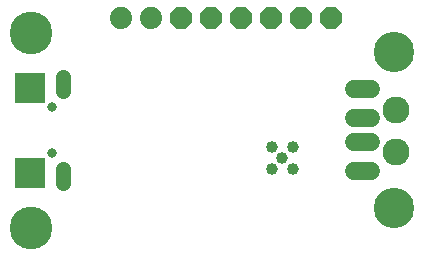
<source format=gbr>
G04 EAGLE Gerber RS-274X export*
G75*
%MOMM*%
%FSLAX34Y34*%
%LPD*%
%INSoldermask Bottom*%
%IPPOS*%
%AMOC8*
5,1,8,0,0,1.08239X$1,22.5*%
G01*
%ADD10C,1.009600*%
%ADD11C,3.617600*%
%ADD12C,2.286000*%
%ADD13C,1.559600*%
%ADD14C,3.417600*%
%ADD15P,2.034460X8X112.500000*%
%ADD16C,0.801600*%
%ADD17R,2.601600X2.601600*%
%ADD18C,1.309600*%
%ADD19C,1.879600*%


D10*
X237630Y84280D03*
X246630Y75280D03*
X228630Y75280D03*
X228630Y93280D03*
X246630Y93280D03*
D11*
X25400Y190500D03*
X25400Y25400D03*
D12*
X334010Y124680D03*
X334010Y89680D03*
D13*
X312930Y97950D02*
X298350Y97950D01*
X298350Y117950D02*
X312930Y117950D01*
X312930Y72950D02*
X298350Y72950D01*
X298350Y142950D02*
X312930Y142950D01*
D14*
X332740Y42250D03*
X332740Y173650D03*
D15*
X152400Y203200D03*
X177800Y203200D03*
X203200Y203200D03*
X228600Y203200D03*
X254000Y203200D03*
X279400Y203200D03*
D16*
X43180Y127450D03*
X43180Y88450D03*
D17*
X24180Y71950D03*
X24180Y143950D03*
D18*
X52180Y140950D02*
X52180Y153030D01*
X52180Y74950D02*
X52180Y62870D01*
D19*
X101600Y203200D03*
X127000Y203200D03*
M02*

</source>
